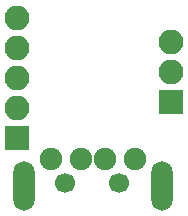
<source format=gbr>
G04 #@! TF.FileFunction,Soldermask,Bot*
%FSLAX46Y46*%
G04 Gerber Fmt 4.6, Leading zero omitted, Abs format (unit mm)*
G04 Created by KiCad (PCBNEW 4.0.4-stable) date 10/18/17 21:30:34*
%MOMM*%
%LPD*%
G01*
G04 APERTURE LIST*
%ADD10C,0.100000*%
%ADD11R,2.100000X2.100000*%
%ADD12O,2.100000X2.100000*%
%ADD13C,1.901140*%
%ADD14O,1.800000X4.200000*%
%ADD15C,1.700000*%
G04 APERTURE END LIST*
D10*
D11*
X41500000Y-47640000D03*
D12*
X41500000Y-45100000D03*
X41500000Y-42560000D03*
X41500000Y-40020000D03*
X41500000Y-37480000D03*
D13*
X44351140Y-49457880D03*
X46891140Y-49457880D03*
X48923140Y-49457880D03*
X51463140Y-49457880D03*
D14*
X42066000Y-51746000D03*
X53750000Y-51746000D03*
D15*
X50164000Y-51510000D03*
X45564000Y-51510000D03*
D11*
X54550000Y-44590000D03*
D12*
X54550000Y-42050000D03*
X54550000Y-39510000D03*
M02*

</source>
